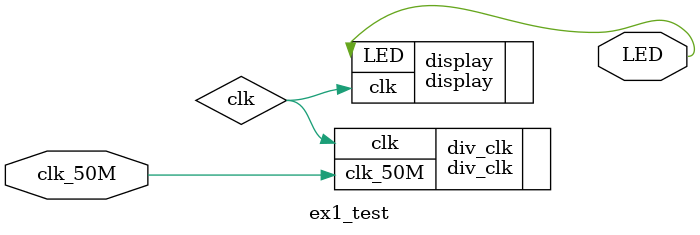
<source format=v>
module ex1_test(clk_50M, LED);

input clk_50M;
output LED;
wire clk_50M;
wire LED;

div_clk div_clk(
	.clk_50M(clk_50M),
	.clk(clk));
	
display display(
		.clk(clk),
		.LED(LED));
endmodule		
</source>
